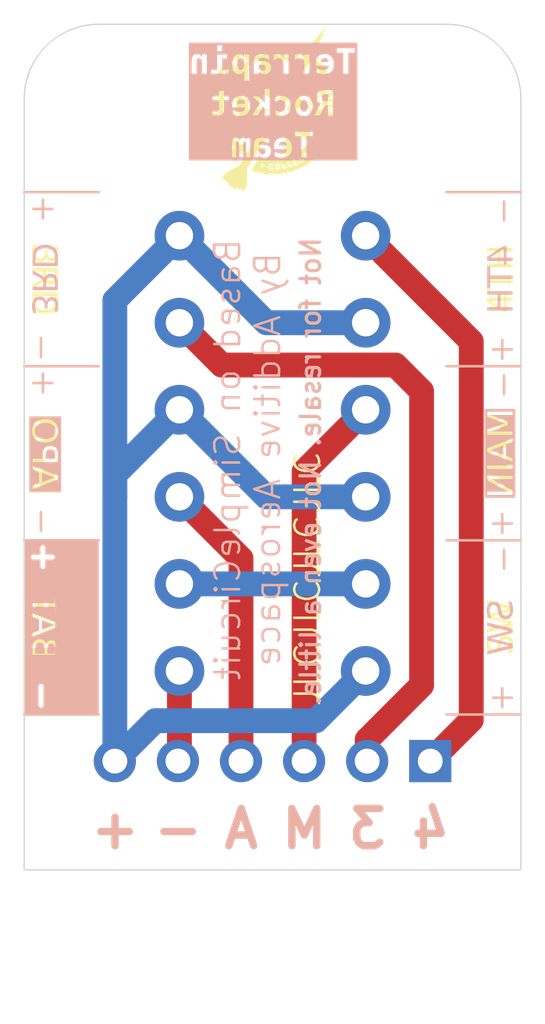
<source format=kicad_pcb>
(kicad_pcb (version 20241229) (generator "pcbnew") (generator_version "9.0")
  (layers (0 "F.Cu" signal) (2 "B.Cu" signal) (13 "F.Paste" user) (15 "B.Paste" user) (5 "F.SilkS" user "F.Silkscreen") (7 "B.SilkS" user "B.Silkscreen") (1 "F.Mask" user) (3 "B.Mask" user) (25 "Edge.Cuts" user))
  (net 0 "")
  (net 1 "/4th")
  (net 2 "/Main")
  (net 3 "/Apo")
  (net 4 "GND")
  (net 5 "/3rd")
  (net 6 "/Vin")
  (net 7 "/SW")
  (footprint "3.5mm 6 pos molex screw terminal:3.5mm 6 pos molex screw terminal" (layer "F.Cu") (at 202.75 111 90)
    (property "Reference" "SW1" (hide yes))
    (property "Value" "Screw_Terminal_01x06" (hide yes))
    (pad "1" thru_hole circle (at 0 0 90) (size 2 2) (drill 1.1) (layers "*.Cu" "*.Mask") (net 6 "/Vin"))
    (pad "2" thru_hole circle (at 3.5 0 90) (size 2 2) (drill 1.1) (layers "*.Cu" "*.Mask") (net 7 "/SW"))
    (pad "3" thru_hole circle (at 7 0 90) (size 2 2) (drill 1.1) (layers "*.Cu" "*.Mask") (net 6 "/Vin"))
    (pad "4" thru_hole circle (at 10.5 0 90) (size 2 2) (drill 1.1) (layers "*.Cu" "*.Mask") (net 2 "/Main"))
    (pad "5" thru_hole circle (at 14 0 90) (size 2 2) (drill 1.1) (layers "*.Cu" "*.Mask") (net 6 "/Vin"))
    (pad "6" thru_hole circle (at 17.5 0 90) (size 2 2) (drill 1.1) (layers "*.Cu" "*.Mask") (net 1 "/4th"))
  )
  (footprint "PCBs:TRT_Logo" (layer "F.Cu") (at 199.009204 88.096935)
    (property "Reference" "G***" (hide yes))
    (property "Value" "LOGO" (hide yes))
  )
  (footprint "Connector_PinHeader_2.54mm:PinHeader_1x06_P2.54mm_Horizontal" (layer "F.Cu") (at 205.35 114.625 -90)
    (property "Reference" "J1" (hide yes))
    (property "Value" "Conn_01x06" (hide yes))
    (pad "1" thru_hole rect (at 0 0 270) (size 1.7 1.7) (drill 1) (layers "*.Cu" "*.Mask") (net 1 "/4th"))
    (pad "2" thru_hole oval (at 0 2.54 270) (size 1.7 1.7) (drill 1) (layers "*.Cu" "*.Mask") (net 5 "/3rd"))
    (pad "3" thru_hole oval (at 0 5.079999 270) (size 1.7 1.7) (drill 1) (layers "*.Cu" "*.Mask") (net 2 "/Main"))
    (pad "4" thru_hole oval (at 0 7.62 270) (size 1.7 1.7) (drill 1) (layers "*.Cu" "*.Mask") (net 3 "/Apo"))
    (pad "5" thru_hole oval (at 0 10.16 270) (size 1.7 1.7) (drill 1) (layers "*.Cu" "*.Mask") (net 4 "GND"))
    (pad "6" thru_hole oval (at 0 12.7 270) (size 1.7 1.7) (drill 1) (layers "*.Cu" "*.Mask") (net 6 "/Vin"))
  )
  (footprint "3.5mm 6 pos molex screw terminal:3.5mm 6 pos molex screw terminal" (layer "F.Cu") (at 195.25 93.5 -90)
    (property "Reference" "JBAT1" (hide yes))
    (property "Value" "Screw_Terminal_01x06" (hide yes))
    (pad "1" thru_hole circle (at 0 0 270) (size 2 2) (drill 1.1) (layers "*.Cu" "*.Mask") (net 6 "/Vin"))
    (pad "2" thru_hole circle (at 3.5 0 270) (size 2 2) (drill 1.1) (layers "*.Cu" "*.Mask") (net 5 "/3rd"))
    (pad "3" thru_hole circle (at 7 0 270) (size 2 2) (drill 1.1) (layers "*.Cu" "*.Mask") (net 6 "/Vin"))
    (pad "4" thru_hole circle (at 10.5 0 270) (size 2 2) (drill 1.1) (layers "*.Cu" "*.Mask") (net 3 "/Apo"))
    (pad "5" thru_hole circle (at 14 0 270) (size 2 2) (drill 1.1) (layers "*.Cu" "*.Mask") (net 7 "/SW"))
    (pad "6" thru_hole circle (at 17.5 0 270) (size 2 2) (drill 1.1) (layers "*.Cu" "*.Mask") (net 4 "GND"))
  )
  (footprint "MountingHole:MountingHole_3.2mm_M3" (layer "F.Cu") (at 206.5 87.5)
    (property "Reference" "H2" (hide yes))
    (property "Value" "MountingHole" (hide yes))
    (pad "" np_thru_hole circle (at 0 0) (size 3.2 3.2) (drill 3.2) (layers "*.Cu" "*.Mask"))
  )
  (footprint "MountingHole:MountingHole_3.2mm_M3" (layer "F.Cu") (at 191.5 87.5)
    (property "Reference" "H1" (hide yes))
    (property "Value" "MountingHole" (hide yes))
    (pad "" np_thru_hole circle (at 0 0) (size 3.2 3.2) (drill 3.2) (layers "*.Cu" "*.Mask"))
  )
  (gr_line (start 209 91.75) (end 206 91.75) (stroke (width 0.1)) (layer "F.SilkS"))
  (gr_line (start 209 98.75) (end 206 98.75) (stroke (width 0.1)) (layer "F.SilkS"))
  (gr_line (start 192 105.75) (end 189 105.75) (stroke (width 0.1)) (layer "F.SilkS"))
  (gr_line (start 192 98.75) (end 189 98.75) (stroke (width 0.1)) (layer "F.SilkS"))
  (gr_line (start 192 91.75) (end 189 91.75) (stroke (width 0.1)) (layer "F.SilkS"))
  (gr_line (start 192 112.75) (end 189 112.75) (stroke (width 0.1)) (layer "F.SilkS"))
  (gr_line (start 209 105.75) (end 206 105.75) (stroke (width 0.1)) (layer "F.SilkS"))
  (gr_line (start 209 112.75) (end 206 112.75) (stroke (width 0.1)) (layer "F.SilkS"))
  (gr_line (start 209 105.75) (end 206 105.75) (stroke (width 0.1)) (layer "B.SilkS"))
  (gr_line (start 209 98.75) (end 206 98.75) (stroke (width 0.1)) (layer "B.SilkS"))
  (gr_line (start 192 112.75) (end 189 112.75) (stroke (width 0.1)) (layer "B.SilkS"))
  (gr_line (start 192 105.75) (end 189 105.75) (stroke (width 0.1)) (layer "B.SilkS"))
  (gr_line (start 209 112.75) (end 206 112.75) (stroke (width 0.1)) (layer "B.SilkS"))
  (gr_line (start 192 91.75) (end 189 91.75) (stroke (width 0.1)) (layer "B.SilkS"))
  (gr_line (start 209 91.75) (end 206 91.75) (stroke (width 0.1)) (layer "B.SilkS"))
  (gr_line (start 192 98.75) (end 189 98.75) (stroke (width 0.1)) (layer "B.SilkS"))
  (gr_arc (start 206 85) (mid 208.12132 85.87868) (end 209 88) (stroke (width 0.05)) (layer "Edge.Cuts"))
  (gr_line (start 189 88) (end 189 119) (stroke (width 0.05)) (layer "Edge.Cuts"))
  (gr_line (start 206 85) (end 192 85) (stroke (width 0.05)) (layer "Edge.Cuts"))
  (gr_arc (start 189 88) (mid 189.87868 85.87868) (end 192 85) (stroke (width 0.05)) (layer "Edge.Cuts"))
  (gr_line (start 209 119) (end 209 88) (stroke (width 0.05)) (layer "Edge.Cuts"))
  (gr_line (start 189 119) (end 209 119) (stroke (width 0.05)) (layer "Edge.Cuts"))
  (gr_text "-" (at 189.75 112 270) (layer "F.SilkS" knockout) (effects (font (size 1 1) (thickness 0.2) (bold yes))))
  (gr_text "+" (at 208.25 98 0) (layer "F.SilkS") (effects (font (size 1 1) (thickness 0.1))))
  (gr_text "-" (at 189.75 105 270) (layer "F.SilkS") (effects (font (size 1 1) (thickness 0.1))))
  (gr_text "+" (at 189.75 106.5 180) (layer "F.SilkS" knockout) (effects (font (size 1 1) (thickness 0.2) (bold yes))))
  (gr_text "SW" (at 208.25 109.25 90) (layer "F.SilkS") (effects (font (size 1 1) (thickness 0.1))))
  (gr_text "-" (at 208.25 106.5 90) (layer "F.SilkS") (effects (font (size 1 1) (thickness 0.1))))
  (gr_text "-" (at 189.75 98 270) (layer "F.SilkS") (effects (font (size 1 1) (thickness 0.1))))
  (gr_text "+" (at 208.25 105 0) (layer "F.SilkS") (effects (font (size 1 1) (thickness 0.1))))
  (gr_text "-" (at 208.25 92.5 90) (layer "F.SilkS") (effects (font (size 1 1) (thickness 0.1))))
  (gr_text "JLCJLCJLCJLC\n" (at 201 112.5 90) (layer "F.SilkS") (effects (font (size 1 1) (thickness 0.1)) (justify left bottom)))
  (gr_text "-" (at 208.25 99.5 90) (layer "F.SilkS") (effects (font (size 1 1) (thickness 0.1))))
  (gr_text "BAT" (at 189.75 109.1 270) (layer "F.SilkS" knockout) (effects (font (size 1 1) (thickness 0.1))))
  (gr_text "+" (at 189.75 92.5 180) (layer "F.SilkS") (effects (font (size 1 1) (thickness 0.1))))
  (gr_text "4TH" (at 208.25 95.25 90) (layer "F.SilkS") (effects (font (size 1 1) (thickness 0.1))))
  (gr_text "APO" (at 189.75 102.35 270) (layer "F.SilkS" knockout) (effects (font (size 1 1) (thickness 0.1))))
  (gr_text "MAIN" (at 208.25 102.25 90) (layer "F.SilkS" knockout) (effects (font (size 1 1) (thickness 0.1))))
  (gr_text "3RD" (at 189.75 95.250001 270) (layer "F.SilkS") (effects (font (size 1 1) (thickness 0.1))))
  (gr_text "+" (at 208.25 112 0) (layer "F.SilkS") (effects (font (size 1 1) (thickness 0.1))))
  (gr_text "+" (at 189.75 99.5 180) (layer "F.SilkS") (effects (font (size 1 1) (thickness 0.1))))
  (gr_text "-" (at 189.75 105 -90) (layer "B.SilkS") (effects (font (size 1 1) (thickness 0.1)) (justify mirror)))
  (gr_text "APO" (at 189.75 102.25 -90) (layer "B.SilkS" knockout) (effects (font (size 1 1) (thickness 0.1)) (justify mirror)))
  (gr_text "M" (at 200.279 117.348 0) (layer "B.SilkS") (effects (font (size 1.5 1.5) (thickness 0.3) (bold yes)) (justify mirror)))
  (gr_text "4" (at 205.359 117.348 0) (layer "B.SilkS") (effects (font (size 1.5 1.5) (thickness 0.3) (bold yes)) (justify mirror)))
  (gr_text "3RD" (at 189.75 95.25 -90) (layer "B.SilkS") (effects (font (size 1 1) (thickness 0.1)) (justify mirror)))
  (gr_text "4TH" (at 208.25 95.25 90) (layer "B.SilkS") (effects (font (size 1 1) (thickness 0.1)) (justify mirror)))
  (gr_text "Terrapin\nRocket\nTeam" (at 199 88.25 0) (layer "B.SilkS" knockout) (effects (font (size 1 1) (thickness 0.1) (bold yes)) (justify mirror)))
  (gr_text "-" (at 208.25 106.5 90) (layer "B.SilkS") (effects (font (size 1 1) (thickness 0.1)) (justify mirror)))
  (gr_text "+" (at 208.25 98.15 180) (layer "B.SilkS") (effects (font (size 1 1) (thickness 0.1)) (justify mirror)))
  (gr_text "3\n" (at 202.819 117.348 0) (layer "B.SilkS") (effects (font (size 1.5 1.5) (thickness 0.3) (bold yes)) (justify mirror)))
  (gr_text "A" (at 197.739 117.348 0) (layer "B.SilkS") (effects (font (size 1.5 1.5) (thickness 0.3) (bold yes)) (justify mirror)))
  (gr_text "-" (at 189.75 98 -90) (layer "B.SilkS") (effects (font (size 1 1) (thickness 0.1)) (justify mirror)))
  (gr_text "BAT" (at 189.75 109.25 -90) (layer "B.SilkS" knockout) (effects (font (size 1 1) (thickness 0.1)) (justify mirror)))
  (gr_text "-" (at 208.25 92.5 90) (layer "B.SilkS") (effects (font (size 1 1) (thickness 0.1)) (justify mirror)))
  (gr_text "+" (at 189.75 92.35 0) (layer "B.SilkS") (effects (font (size 1 1) (thickness 0.1)) (justify mirror)))
  (gr_text "+" (at 208.25 105.15 180) (layer "B.SilkS") (effects (font (size 1 1) (thickness 0.1)) (justify mirror)))
  (gr_text "Not for resale. Not even a little." (at 201 93.5 90) (layer "B.SilkS") (effects (font (size 0.8 0.75) (thickness 0.13)) (justify left bottom mirror)))
  (gr_text "+" (at 192.659 117.348 0) (layer "B.SilkS") (effects (font (size 1.5 1.5) (thickness 0.3) (bold yes)) (justify mirror)))
  (gr_text "+" (at 189.75 106.35 0) (layer "B.SilkS" knockout) (effects (font (size 1 1) (thickness 0.2) (bold yes)) (justify mirror)))
  (gr_text "-" (at 208.25 99.5 90) (layer "B.SilkS") (effects (font (size 1 1) (thickness 0.1)) (justify mirror)))
  (gr_text "+" (at 189.75 99.35 0) (layer "B.SilkS") (effects (font (size 1 1) (thickness 0.1)) (justify mirror)))
  (gr_text "SW" (at 208.25 109.25 90) (layer "B.SilkS") (effects (font (size 1 1) (thickness 0.1)) (justify mirror)))
  (gr_text "MAIN" (at 208.25 102.25 90) (layer "B.SilkS" knockout) (effects (font (size 1 1) (thickness 0.1)) (justify mirror)))
  (gr_text "Based on SimpleCircuit\nBy Additive Aerospace" (at 198 102.5 90) (layer "B.SilkS") (effects (font (size 1 1) (thickness 0.1)) (justify mirror)))
  (gr_text "+" (at 208.25 112.15 180) (layer "B.SilkS") (effects (font (size 1 1) (thickness 0.1)) (justify mirror)))
  (gr_text "-" (at 189.75 112 -90) (layer "B.SilkS" knockout) (effects (font (size 1 1) (thickness 0.2) (bold yes)) (justify mirror)))
  (gr_text "-" (at 195.199 117.348 0) (layer "B.SilkS") (effects (font (size 1.5 1.5) (thickness 0.3) (bold yes)) (justify mirror)))
  (segment (start 205.35 114.625) (end 207 112.975) (width 1) (layer "F.Cu") (net 1))
  (segment (start 207 112.975) (end 207 97.75) (width 1) (layer "F.Cu") (net 1))
  (segment (start 207 97.75) (end 202.75 93.5) (width 1) (layer "F.Cu") (net 1))
  (segment (start 200.270001 102.979999) (end 202.75 100.5) (width 1) (layer "F.Cu") (net 2))
  (segment (start 200.270001 114.625) (end 200.270001 102.979999) (width 1) (layer "F.Cu") (net 2))
  (segment (start 197.73 106.48) (end 195.25 104) (width 1) (layer "F.Cu") (net 3))
  (segment (start 197.73 114.625) (end 197.73 106.48) (width 1) (layer "F.Cu") (net 3))
  (segment (start 195.25 114.565) (end 195.19 114.625) (width 1) (layer "F.Cu") (net 4))
  (segment (start 195.25 111) (end 195.25 114.565) (width 1) (layer "F.Cu") (net 4))
  (segment (start 196.951 98.701) (end 195.25 97) (width 1) (layer "F.Cu") (net 5))
  (segment (start 205 111.577789) (end 205 99.75) (width 1) (layer "F.Cu") (net 5))
  (segment (start 203.951 98.701) (end 196.951 98.701) (width 1) (layer "F.Cu") (net 5))
  (segment (start 205 99.75) (end 203.951 98.701) (width 1) (layer "F.Cu") (net 5))
  (segment (start 202.81 113.767789) (end 205 111.577789) (width 1) (layer "F.Cu") (net 5))
  (segment (start 202.81 114.625) (end 202.81 113.767789) (width 1) (layer "F.Cu") (net 5))
  (segment (start 195.25 93.5) (end 195.4 93.5) (width 1) (layer "F.Cu") (net 6))
  (segment (start 195.25 100.5) (end 192.65 103.1) (width 1) (layer "B.Cu") (net 6))
  (segment (start 195.25 93.5) (end 192.65 96.1) (width 1) (layer "B.Cu") (net 6))
  (segment (start 198.75 104) (end 195.25 100.5) (width 1) (layer "B.Cu") (net 6))
  (segment (start 192.65 96.1) (end 192.65 104) (width 1) (layer "B.Cu") (net 6))
  (segment (start 194.275 113) (end 192.65 114.625) (width 1) (layer "B.Cu") (net 6))
  (segment (start 192.65 104) (end 192.65 114.625) (width 1) (layer "B.Cu") (net 6))
  (segment (start 192.65 103.1) (end 192.65 104) (width 1) (layer "B.Cu") (net 6))
  (segment (start 198.75 97) (end 195.25 93.5) (width 1) (layer "B.Cu") (net 6))
  (segment (start 202.75 104) (end 198.75 104) (width 1) (layer "B.Cu") (net 6))
  (segment (start 200.75 113) (end 194.275 113) (width 1) (layer "B.Cu") (net 6))
  (segment (start 202.75 111) (end 200.75 113) (width 1) (layer "B.Cu") (net 6))
  (segment (start 202.75 97) (end 198.75 97) (width 1) (layer "B.Cu") (net 6))
  (segment (start 202.75 107.5) (end 195.25 107.5) (width 1) (layer "B.Cu") (net 7))
  (zone (net 0) (net_name "") (layers "*.SilkS") (connect_pads (clearance 0.5)) (min_thickness 0) (fill yes (thermal_gap 0.5) (thermal_bridge_width 0.5))
    (polygon (pts (xy 192 105.75) (xy 189 105.75) (xy 189 112.75) (xy 192 112.75)))
  )
)
</source>
